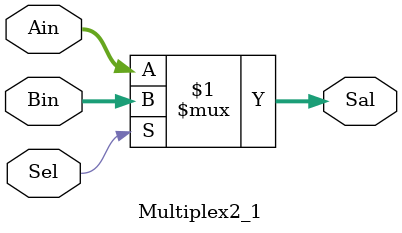
<source format=sv>
module Multiplex2_1#(parameter DW = 8)(Ain, Bin, Sel, Sal);
input logic [DW-1:0] Ain, Bin;
output logic [DW-1:0] Sal;
input logic Sel;

assign Sal = Sel? Bin: Ain;

endmodule

</source>
